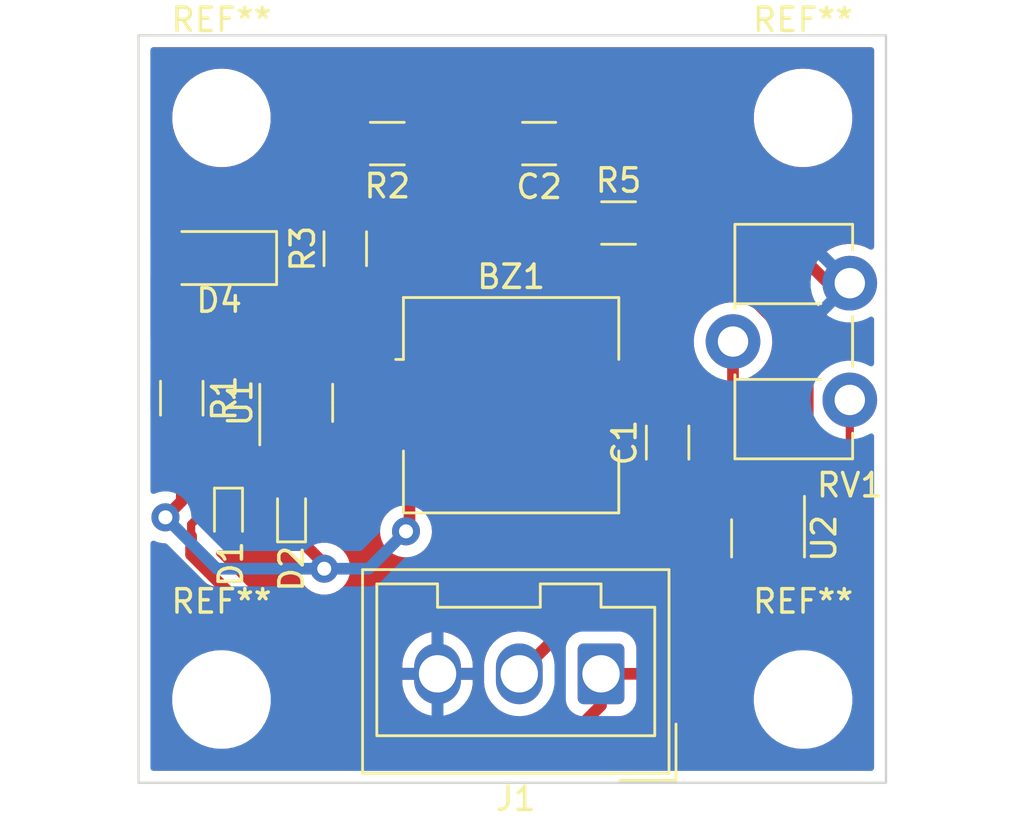
<source format=kicad_pcb>
(kicad_pcb (version 20211014) (generator pcbnew)
  (layers (0 "F.Cu" signal) (31 "B.Cu" signal) (34 "B.Paste" user) (35 "F.Paste" user) (36 "B.SilkS" user "B.Silkscreen") (37 "F.SilkS" user "F.Silkscreen") (38 "B.Mask" user) (39 "F.Mask" user) (44 "Edge.Cuts" user))
  (net 0 "")
  (net 1 "Net-(BZ1-Pad1)")
  (net 2 "Earth")
  (net 3 "Net-(C2-Pad1)")
  (net 4 "+6V")
  (net 5 "Net-(D4-Pad2)")
  (net 6 "Net-(J1-Pad2)")
  (net 7 "Net-(R2-Pad2)")
  (net 8 "Net-(R5-Pad2)")
  (net 9 "Net-(RV1-Pad2)")
  (footprint "MountingHole:MountingHole_3.2mm_M3" (layer "F.Cu") (at 158.4 86.6)
    (fp_text reference "REF**" (at 0 -4.2) (layer "F.SilkS"))
    (fp_text value "MountingHole_3.2mm_M3")
    (pad "" np_thru_hole circle (at 0 0) (size 3.2 3.2) (drill 3.2) (layers *.Cu *.Mask))
  )
  (footprint "Package_TO_SOT_SMD:SOT-23-5" (layer "F.Cu") (at 136.7 98.8 90)
    (fp_text reference "U1" (at 0 -2.4 90) (layer "F.SilkS"))
    (fp_text value "LM321")
    (fp_line (start 0 1.56) (end -0.8 1.56) (layer "F.SilkS") (width 0.12))
    (fp_line (start 0 -1.56) (end 0.8 -1.56) (layer "F.SilkS") (width 0.12))
    (fp_line (start 0 1.56) (end 0.8 1.56) (layer "F.SilkS") (width 0.12))
    (fp_line (start 0 -1.56) (end -1.8 -1.56) (layer "F.SilkS") (width 0.12))
    (pad "1" smd roundrect (at -1.1375 -0.95 90) (size 1.325 0.6) (layers "F.Cu" "F.Paste" "F.Mask") (net 1 "Net-(BZ1-Pad1)"))
    (pad "2" smd roundrect (at -1.1375 0 90) (size 1.325 0.6) (layers "F.Cu" "F.Paste" "F.Mask") (net 2 "Earth"))
    (pad "3" smd roundrect (at -1.1375 0.95 90) (size 1.325 0.6) (layers "F.Cu" "F.Paste" "F.Mask") (net 7 "Net-(R2-Pad2)"))
    (pad "4" smd roundrect (at 1.1375 0.95 90) (size 1.325 0.6) (layers "F.Cu" "F.Paste" "F.Mask") (net 5 "Net-(D4-Pad2)"))
    (pad "5" smd roundrect (at 1.1375 -0.95 90) (size 1.325 0.6) (layers "F.Cu" "F.Paste" "F.Mask") (net 4 "+6V"))
  )
  (footprint "MountingHole:MountingHole_3.2mm_M3" (layer "F.Cu") (at 133.5 111.5)
    (fp_text reference "REF**" (at 0 -4.2) (layer "F.SilkS"))
    (fp_text value "MountingHole_3.2mm_M3")
    (pad "" np_thru_hole circle (at 0 0) (size 3.2 3.2) (drill 3.2) (layers *.Cu *.Mask))
  )
  (footprint "Connector_Wago:Wago_734-133_1x03_P3.50mm_Vertical" (layer "F.Cu") (at 149.75 110.4 180)
    (fp_text reference "J1" (at 3.65 -5.35) (layer "F.SilkS"))
    (fp_text value "Screw_Terminal_01x03")
    (fp_line (start 10.21 -4.26) (end -2.91 -4.26) (layer "F.SilkS") (width 0.12))
    (fp_line (start -2.91 4.46) (end 10.21 4.46) (layer "F.SilkS") (width 0.12))
    (fp_line (start 0 3.85) (end 2.6 3.85) (layer "F.SilkS") (width 0.12))
    (fp_line (start 2.6 2.85) (end 7 2.85) (layer "F.SilkS") (width 0.12))
    (fp_line (start -3.21 -4.56) (end -0.8 -4.56) (layer "F.SilkS") (width 0.12))
    (fp_line (start 2.6 3.85) (end 2.6 2.85) (layer "F.SilkS") (width 0.12))
    (fp_line (start -2.3 2.85) (end 0 2.85) (layer "F.SilkS") (width 0.12))
    (fp_line (start -2.91 -4.26) (end -2.91 4.46) (layer "F.SilkS") (width 0.12))
    (fp_line (start 7 3.85) (end 9.6 3.85) (layer "F.SilkS") (width 0.12))
    (fp_line (start 0 2.85) (end 0 3.85) (layer "F.SilkS") (width 0.12))
    (fp_line (start 9.6 3.85) (end 9.6 -2.65) (layer "F.SilkS") (width 0.12))
    (fp_line (start -2.3 -2.65) (end -2.3 2.85) (layer "F.SilkS") (width 0.12))
    (fp_line (start 7 2.85) (end 7 3.85) (layer "F.SilkS") (width 0.12))
    (fp_line (start -3.21 -2.15) (end -3.21 -4.56) (layer "F.SilkS") (width 0.12))
    (fp_line (start 9.6 -2.65) (end -2.3 -2.65) (layer "F.SilkS") (width 0.12))
    (fp_line (start 10.21 4.46) (end 10.21 -4.26) (layer "F.SilkS") (width 0.12))
    (pad "1" thru_hole roundrect (at 0 0 180) (size 2 2.6) (drill 1.6) (layers *.Cu *.Mask) (roundrect_rratio 0.125) (net 4 "+6V"))
    (pad "2" thru_hole oval (at 3.5 0 180) (size 2 2.6) (drill 1.6) (layers *.Cu *.Mask) (net 6 "Net-(J1-Pad2)"))
    (pad "3" thru_hole oval (at 7 0 180) (size 2 2.6) (drill 1.6) (layers *.Cu *.Mask) (net 2 "Earth"))
  )
  (footprint "Resistor_SMD:R_1206_3216Metric_Pad1.30x1.75mm_HandSolder" (layer "F.Cu") (at 138.8 92.2 90)
    (fp_text reference "R3" (at 0 -1.82 90) (layer "F.SilkS"))
    (fp_text value "22k")
    (fp_line (start -0.727064 0.91) (end 0.727064 0.91) (layer "F.SilkS") (width 0.12))
    (fp_line (start -0.727064 -0.91) (end 0.727064 -0.91) (layer "F.SilkS") (width 0.12))
    (pad "1" smd roundrect (at -1.55 0 90) (size 1.3 1.75) (layers "F.Cu" "F.Paste" "F.Mask") (roundrect_rratio 0.192308) (net 7 "Net-(R2-Pad2)"))
    (pad "2" smd roundrect (at 1.55 0 90) (size 1.3 1.75) (layers "F.Cu" "F.Paste" "F.Mask") (roundrect_rratio 0.192308) (net 3 "Net-(C2-Pad1)"))
  )
  (footprint "Diode_SMD:D_SOD-523" (layer "F.Cu") (at 136.5 103.6 90)
    (fp_text reference "D2" (at -2.3 0 90) (layer "F.SilkS"))
    (fp_text value "D_Schottky")
    (fp_line (start 0.7 0.6) (end -1.15 0.6) (layer "F.SilkS") (width 0.12))
    (fp_line (start 0.7 -0.6) (end -1.15 -0.6) (layer "F.SilkS") (width 0.12))
    (fp_line (start -1.15 -0.6) (end -1.15 0.6) (layer "F.SilkS") (width 0.12))
    (pad "1" smd rect (at -0.7 0 270) (size 0.6 0.7) (layers "F.Cu" "F.Paste" "F.Mask") (net 1 "Net-(BZ1-Pad1)"))
    (pad "2" smd rect (at 0.7 0 270) (size 0.6 0.7) (layers "F.Cu" "F.Paste" "F.Mask") (net 2 "Earth"))
  )
  (footprint "Diode_SMD:D_1206_3216Metric_Pad1.42x1.75mm_HandSolder" (layer "F.Cu") (at 133.4 92.6 180)
    (fp_text reference "D4" (at 0 -1.82) (layer "F.SilkS"))
    (fp_text value "D")
    (fp_line (start -2.46 1.135) (end 1.6 1.135) (layer "F.SilkS") (width 0.12))
    (fp_line (start 1.6 -1.135) (end -2.46 -1.135) (layer "F.SilkS") (width 0.12))
    (fp_line (start -2.46 -1.135) (end -2.46 1.135) (layer "F.SilkS") (width 0.12))
    (pad "1" smd roundrect (at -1.4875 0 180) (size 1.425 1.75) (layers "F.Cu" "F.Paste" "F.Mask") (roundrect_rratio 0.175439) (net 3 "Net-(C2-Pad1)"))
    (pad "2" smd roundrect (at 1.4875 0 180) (size 1.425 1.75) (layers "F.Cu" "F.Paste" "F.Mask") (roundrect_rratio 0.175439) (net 5 "Net-(D4-Pad2)"))
  )
  (footprint "Capacitor_SMD:C_1206_3216Metric_Pad1.33x1.80mm_HandSolder" (layer "F.Cu") (at 152.6 100.5 90)
    (fp_text reference "C1" (at 0 -1.85 90) (layer "F.SilkS"))
    (fp_text value "10u")
    (fp_line (start -0.711252 -0.91) (end 0.711252 -0.91) (layer "F.SilkS") (width 0.12))
    (fp_line (start -0.711252 0.91) (end 0.711252 0.91) (layer "F.SilkS") (width 0.12))
    (pad "1" smd roundrect (at -1.5625 0 90) (size 1.325 1.8) (layers "F.Cu" "F.Paste" "F.Mask") (roundrect_rratio 0.188679) (net 4 "+6V"))
    (pad "2" smd roundrect (at 1.5625 0 90) (size 1.325 1.8) (layers "F.Cu" "F.Paste" "F.Mask") (roundrect_rratio 0.188679) (net 2 "Earth"))
  )
  (footprint "Resistor_SMD:R_1206_3216Metric_Pad1.30x1.75mm_HandSolder" (layer "F.Cu") (at 150.5 91.1)
    (fp_text reference "R5" (at 0 -1.82) (layer "F.SilkS"))
    (fp_text value "100")
    (fp_line (start -0.727064 0.91) (end 0.727064 0.91) (layer "F.SilkS") (width 0.12))
    (fp_line (start -0.727064 -0.91) (end 0.727064 -0.91) (layer "F.SilkS") (width 0.12))
    (pad "1" smd roundrect (at -1.55 0) (size 1.3 1.75) (layers "F.Cu" "F.Paste" "F.Mask") (roundrect_rratio 0.192308) (net 3 "Net-(C2-Pad1)"))
    (pad "2" smd roundrect (at 1.55 0) (size 1.3 1.75) (layers "F.Cu" "F.Paste" "F.Mask") (roundrect_rratio 0.192308) (net 8 "Net-(R5-Pad2)"))
  )
  (footprint "MountingHole:MountingHole_3.2mm_M3" (layer "F.Cu") (at 133.5 86.6)
    (fp_text reference "REF**" (at 0 -4.2) (layer "F.SilkS"))
    (fp_text value "MountingHole_3.2mm_M3")
    (pad "" np_thru_hole circle (at 0 0) (size 3.2 3.2) (drill 3.2) (layers *.Cu *.Mask))
  )
  (footprint "Buzzer_Beeper:Buzzer_Murata_PKMCS0909E" (layer "F.Cu") (at 145.9 98.9)
    (fp_text reference "BZ1" (at 0 -5.5) (layer "F.SilkS"))
    (fp_text value "Buzzer")
    (fp_line (start 4.61 -4.61) (end 4.61 -1.96) (layer "F.SilkS") (width 0.12))
    (fp_line (start 4.61 4.61) (end -4.61 4.61) (layer "F.SilkS") (width 0.12))
    (fp_line (start -4.61 -1.96) (end -4.94 -1.96) (layer "F.SilkS") (width 0.12))
    (fp_line (start -4.61 -4.61) (end 4.61 -4.61) (layer "F.SilkS") (width 0.12))
    (fp_line (start 4.61 1.96) (end 4.61 4.61) (layer "F.SilkS") (width 0.12))
    (fp_line (start -4.61 4.61) (end -4.61 1.96) (layer "F.SilkS") (width 0.12))
    (fp_line (start -4.61 -1.96) (end -4.61 -4.61) (layer "F.SilkS") (width 0.12))
    (pad "1" smd rect (at -4.35 0) (size 1.3 3.4) (layers "F.Cu" "F.Paste" "F.Mask") (net 1 "Net-(BZ1-Pad1)"))
    (pad "2" smd rect (at 4.35 0) (size 1.3 3.4) (layers "F.Cu" "F.Paste" "F.Mask") (net 2 "Earth"))
  )
  (footprint "Diode_SMD:D_SOD-523" (layer "F.Cu") (at 133.8 103.6 -90)
    (fp_text reference "D1" (at 2.1 -0.1 90) (layer "F.SilkS"))
    (fp_text value "D_Schottky")
    (fp_line (start -1.15 -0.6) (end -1.15 0.6) (layer "F.SilkS") (width 0.12))
    (fp_line (start 0.7 -0.6) (end -1.15 -0.6) (layer "F.SilkS") (width 0.12))
    (fp_line (start 0.7 0.6) (end -1.15 0.6) (layer "F.SilkS") (width 0.12))
    (pad "1" smd rect (at -0.7 0 90) (size 0.6 0.7) (layers "F.Cu" "F.Paste" "F.Mask") (net 4 "+6V"))
    (pad "2" smd rect (at 0.7 0 90) (size 0.6 0.7) (layers "F.Cu" "F.Paste" "F.Mask") (net 1 "Net-(BZ1-Pad1)"))
  )
  (footprint "Capacitor_SMD:C_1206_3216Metric_Pad1.33x1.80mm_HandSolder" (layer "F.Cu") (at 147.1 87.7 180)
    (fp_text reference "C2" (at 0 -1.85) (layer "F.SilkS"))
    (fp_text value "0.47u")
    (fp_line (start -0.711252 0.91) (end 0.711252 0.91) (layer "F.SilkS") (width 0.12))
    (fp_line (start -0.711252 -0.91) (end 0.711252 -0.91) (layer "F.SilkS") (width 0.12))
    (pad "1" smd roundrect (at -1.5625 0 180) (size 1.325 1.8) (layers "F.Cu" "F.Paste" "F.Mask") (roundrect_rratio 0.188679) (net 3 "Net-(C2-Pad1)"))
    (pad "2" smd roundrect (at 1.5625 0 180) (size 1.325 1.8) (layers "F.Cu" "F.Paste" "F.Mask") (roundrect_rratio 0.188679) (net 2 "Earth"))
  )
  (footprint "Package_TO_SOT_SMD:SOT-23-5" (layer "F.Cu") (at 156.9 104.6 -90)
    (fp_text reference "U2" (at 0 -2.4 90) (layer "F.SilkS"))
    (fp_text value "LM321")
    (fp_line (start 0 -1.56) (end 0.8 -1.56) (layer "F.SilkS") (width 0.12))
    (fp_line (start 0 1.56) (end -0.8 1.56) (layer "F.SilkS") (width 0.12))
    (fp_line (start 0 1.56) (end 0.8 1.56) (layer "F.SilkS") (width 0.12))
    (fp_line (start 0 -1.56) (end -1.8 -1.56) (layer "F.SilkS") (width 0.12))
    (pad "1" smd roundrect (at -1.1375 -0.95 270) (size 1.325 0.6) (layers "F.Cu" "F.Paste" "F.Mask") (net 8 "Net-(R5-Pad2)"))
    (pad "2" smd roundrect (at -1.1375 0 270) (size 1.325 0.6) (layers "F.Cu" "F.Paste" "F.Mask") (net 2 "Earth"))
    (pad "3" smd roundrect (at -1.1375 0.95 270) (size 1.325 0.6) (layers "F.Cu" "F.Paste" "F.Mask") (net 9 "Net-(RV1-Pad2)"))
    (pad "4" smd roundrect (at 1.1375 0.95 270) (size 1.325 0.6) (layers "F.Cu" "F.Paste" "F.Mask") (net 6 "Net-(J1-Pad2)"))
    (pad "5" smd roundrect (at 1.1375 -0.95 270) (size 1.325 0.6) (layers "F.Cu" "F.Paste" "F.Mask") (net 4 "+6V"))
  )
  (footprint "Resistor_SMD:R_1206_3216Metric_Pad1.30x1.75mm_HandSolder" (layer "F.Cu") (at 140.6 87.7 180)
    (fp_text reference "R2" (at 0 -1.82) (layer "F.SilkS"))
    (fp_text value "1k")
    (fp_line (start -0.727064 -0.91) (end 0.727064 -0.91) (layer "F.SilkS") (width 0.12))
    (fp_line (start -0.727064 0.91) (end 0.727064 0.91) (layer "F.SilkS") (width 0.12))
    (pad "1" smd roundrect (at -1.55 0 180) (size 1.3 1.75) (layers "F.Cu" "F.Paste" "F.Mask") (roundrect_rratio 0.192308) (net 2 "Earth"))
    (pad "2" smd roundrect (at 1.55 0 180) (size 1.3 1.75) (layers "F.Cu" "F.Paste" "F.Mask") (roundrect_rratio 0.192308) (net 7 "Net-(R2-Pad2)"))
  )
  (footprint "Potentiometer_THT:Potentiometer_ACP_CA9-H5_Horizontal" (layer "F.Cu") (at 160.4 98.675 180)
    (fp_text reference "RV1" (at 0 -3.65) (layer "F.SilkS"))
    (fp_text value "R_Potentiometer")
    (fp_line (start 4.92 3.925) (end 4.92 4.12) (layer "F.SilkS") (width 0.12))
    (fp_line (start -0.121 1.426) (end -0.121 3.575) (layer "F.SilkS") (width 0.12))
    (fp_line (start 1.237 4.12) (end 4.92 4.12) (layer "F.SilkS") (width 0.12))
    (fp_line (start 4.92 0.88) (end 4.92 1.075) (layer "F.SilkS") (width 0.12))
    (fp_line (start 4.92 3.925) (end 4.92 7.52) (layer "F.SilkS") (width 0.12))
    (fp_line (start -0.121 6.425) (end -0.121 7.52) (layer "F.SilkS") (width 0.12))
    (fp_line (start 1.237 0.88) (end 4.92 0.88) (layer "F.SilkS") (width 0.12))
    (fp_line (start -0.121 1.426) (end -0.121 3.575) (layer "F.SilkS") (width 0.12))
    (fp_line (start -0.121 -2.521) (end 4.92 -2.521) (layer "F.SilkS") (width 0.12))
    (fp_line (start -0.121 7.52) (end 4.92 7.52) (layer "F.SilkS") (width 0.12))
    (fp_line (start 4.92 -2.521) (end 4.92 1.075) (layer "F.SilkS") (width 0.12))
    (fp_line (start -0.121 -2.521) (end -0.121 -1.426) (layer "F.SilkS") (width 0.12))
    (pad "1" thru_hole circle (at 0 0 180) (size 2.34 2.34) (drill 1.3) (layers *.Cu *.Mask) (net 4 "+6V"))
    (pad "2" thru_hole circle (at 5 2.5 180) (size 2.34 2.34) (drill 1.3) (layers *.Cu *.Mask) (net 9 "Net-(RV1-Pad2)"))
    (pad "3" thru_hole circle (at 0 5 180) (size 2.34 2.34) (drill 1.3) (layers *.Cu *.Mask) (net 2 "Earth"))
  )
  (footprint "Resistor_SMD:R_1206_3216Metric_Pad1.30x1.75mm_HandSolder" (layer "F.Cu") (at 131.8 98.6 -90)
    (fp_text reference "R1" (at 0 -1.82 90) (layer "F.SilkS"))
    (fp_text value "1k")
    (fp_line (start -0.727064 0.91) (end 0.727064 0.91) (layer "F.SilkS") (width 0.12))
    (fp_line (start -0.727064 -0.91) (end 0.727064 -0.91) (layer "F.SilkS") (width 0.12))
    (pad "1" smd roundrect (at -1.55 0 270) (size 1.3 1.75) (layers "F.Cu" "F.Paste" "F.Mask") (roundrect_rratio 0.192308) (net 2 "Earth"))
    (pad "2" smd roundrect (at 1.55 0 270) (size 1.3 1.75) (layers "F.Cu" "F.Paste" "F.Mask") (roundrect_rratio 0.192308) (net 1 "Net-(BZ1-Pad1)"))
  )
  (footprint "MountingHole:MountingHole_3.2mm_M3" (layer "F.Cu") (at 158.4 111.5)
    (fp_text reference "REF**" (at 0 -4.2) (layer "F.SilkS"))
    (fp_text value "MountingHole_3.2mm_M3")
    (pad "" np_thru_hole circle (at 0 0) (size 3.2 3.2) (drill 3.2) (layers *.Cu *.Mask))
  )
  (gr_rect (start 129.95 83.065) (end 161.95 115.065) (layer "Edge.Cuts") (width 0.1) (fill none))
  (segment (start 131.8 100.15) (end 131.8 103) (width 0.5) (layer "F.Cu") (net 1))
  (segment (start 137.9 105.7) (end 136.5 104.3) (width 0.5) (layer "F.Cu") (net 1))
  (segment (start 141.55 98.9) (end 141.55 104.15) (width 0.5) (layer "F.Cu") (net 1))
  (segment (start 135.9 104.3) (end 136.5 104.3) (width 0.35) (layer "F.Cu") (net 1))
  (segment (start 131.8 103) (end 131.1 103.7) (width 0.5) (layer "F.Cu") (net 1))
  (segment (start 133.8 104.3) (end 136.5 104.3) (width 0.35) (layer "F.Cu") (net 1))
  (segment (start 135.75 99.9375) (end 135.1 100.5875) (width 0.35) (layer "F.Cu") (net 1))
  (segment (start 135.1 103.5) (end 135.9 104.3) (width 0.35) (layer "F.Cu") (net 1))
  (segment (start 135.1 100.5875) (end 135.1 103.5) (width 0.35) (layer "F.Cu") (net 1))
  (segment (start 141.55 104.15) (end 141.4 104.3) (width 0.35) (layer "F.Cu") (net 1))
  (segment (start 137.9 105.9) (end 137.9 105.7) (width 0.35) (layer "F.Cu") (net 1))
  (via (at 141.4 104.3) (size 1.2) (drill 0.6) (layers "F.Cu" "B.Cu") (net 1))
  (via (at 137.9 105.9) (size 1.2) (drill 0.6) (layers "F.Cu" "B.Cu") (net 1))
  (via (at 131.1 103.7) (size 1.2) (drill 0.6) (layers "F.Cu" "B.Cu") (net 1))
  (segment (start 139.8 105.9) (end 137.9 105.9) (width 0.5) (layer "B.Cu") (net 1))
  (segment (start 141.4 104.3) (end 139.8 105.9) (width 0.5) (layer "B.Cu") (net 1))
  (segment (start 133.3 105.9) (end 137.9 105.9) (width 0.5) (layer "B.Cu") (net 1))
  (segment (start 131.1 103.7) (end 133.3 105.9) (width 0.5) (layer "B.Cu") (net 1))
  (segment (start 136.7 102.7) (end 136.5 102.9) (width 0.35) (layer "F.Cu") (net 2))
  (segment (start 155.2 89.4) (end 151.1 89.4) (width 0.5) (layer "F.Cu") (net 2))
  (segment (start 159.475 93.675) (end 155.2 89.4) (width 0.5) (layer "F.Cu") (net 2))
  (segment (start 150.25 90.25) (end 150.25 97.15) (width 0.5) (layer "F.Cu") (net 2))
  (segment (start 156.9 103.4625) (end 156.9 98.5) (width 0.5) (layer "F.Cu") (net 2))
  (segment (start 145.5375 94.1875) (end 150.25 98.9) (width 0.5) (layer "F.Cu") (net 2))
  (segment (start 155.15 93.25) (end 150.25 93.25) (width 0.5) (layer "F.Cu") (net 2))
  (segment (start 145.5375 87.7) (end 145.5375 94.1875) (width 0.5) (layer "F.Cu") (net 2))
  (segment (start 153 98.9375) (end 150.2875 98.9375) (width 0.5) (layer "F.Cu") (net 2))
  (segment (start 142.75 106.4) (end 150.25 98.9) (width 0.45) (layer "F.Cu") (net 2))
  (segment (start 156.9 98.5) (end 157.7 97.7) (width 0.5) (layer "F.Cu") (net 2))
  (segment (start 131.8 96.4) (end 132.8 95.4) (width 0.5) (layer "F.Cu") (net 2))
  (segment (start 157.7 97.7) (end 157.7 95.8) (width 0.5) (layer "F.Cu") (net 2))
  (segment (start 151.1 89.4) (end 150.25 90.25) (width 0.5) (layer "F.Cu") (net 2))
  (segment (start 136.7 96.4) (end 136.7 99.9375) (width 0.35) (layer "F.Cu") (net 2))
  (segment (start 142.75 107.75) (end 137.9 102.9) (width 0.45) (layer "F.Cu") (net 2))
  (segment (start 131.8 97.05) (end 131.8 96.4) (width 0.35) (layer "F.Cu") (net 2))
  (segment (start 150.25 97.15) (end 150.25 98.9) (width 0.35) (layer "F.Cu") (net 2))
  (segment (start 132.8 95.4) (end 135.7 95.4) (width 0.5) (layer "F.Cu") (net 2))
  (segment (start 137.9 102.9) (end 136.5 102.9) (width 0.45) (layer "F.Cu") (net 2))
  (segment (start 142.75 110.4) (end 142.75 107.75) (width 0.45) (layer "F.Cu") (net 2))
  (segment (start 150.25 95.7875) (end 150.25 97.15) (width 0.35) (layer "F.Cu") (net 2))
  (segment (start 142.15 87.7) (end 145.5375 87.7) (width 0.5) (layer "F.Cu") (net 2))
  (segment (start 142.75 110.4) (end 142.75 106.4) (width 0.45) (layer "F.Cu") (net 2))
  (segment (start 160.4 93.675) (end 159.475 93.675) (width 0.35) (layer "F.Cu") (net 2))
  (segment (start 157.7 95.8) (end 155.15 93.25) (width 0.5) (layer "F.Cu") (net 2))
  (segment (start 136.7 99.9375) (end 136.7 102.7) (width 0.35) (layer "F.Cu") (net 2))
  (segment (start 150.2875 98.9375) (end 150.25 98.9) (width 0.35) (layer "F.Cu") (net 2))
  (segment (start 135.7 95.4) (end 136.7 96.4) (width 0.5) (layer "F.Cu") (net 2))
  (segment (start 136.8375 90.65) (end 138.8 90.65) (width 0.5) (layer "F.Cu") (net 3))
  (segment (start 137.5 89.4) (end 137.5 86.1) (width 0.5) (layer "F.Cu") (net 3))
  (segment (start 138.6 85) (end 145.9625 85) (width 0.5) (layer "F.Cu") (net 3))
  (segment (start 137.5 86.1) (end 138.6 85) (width 0.5) (layer "F.Cu") (net 3))
  (segment (start 148.6625 90.8125) (end 148.95 91.1) (width 0.35) (layer "F.Cu") (net 3))
  (segment (start 138.75 90.65) (end 137.5 89.4) (width 0.5) (layer "F.Cu") (net 3))
  (segment (start 138.8 90.65) (end 138.75 90.65) (width 0.35) (layer "F.Cu") (net 3))
  (segment (start 134.8875 92.6) (end 136.8375 90.65) (width 0.5) (layer "F.Cu") (net 3))
  (segment (start 145.9625 85) (end 148.6625 87.7) (width 0.5) (layer "F.Cu") (net 3))
  (segment (start 148.6625 87.7) (end 148.6625 90.8125) (width 0.5) (layer "F.Cu") (net 3))
  (segment (start 149.75 110.4) (end 153.8 110.4) (width 0.5) (layer "F.Cu") (net 4))
  (segment (start 132.2 104.5) (end 132.2 105.3) (width 0.5) (layer "F.Cu") (net 4))
  (segment (start 140.9 112.8) (end 148.7 112.8) (width 0.5) (layer "F.Cu") (net 4))
  (segment (start 153.8 110.4) (end 157.85 106.35) (width 0.5) (layer "F.Cu") (net 4))
  (segment (start 154.3 104.6) (end 156.7125 104.6) (width 0.35) (layer "F.Cu") (net 4))
  (segment (start 132.2 104) (end 132.2 104.5) (width 0.35) (layer "F.Cu") (net 4))
  (segment (start 160.4 103.1875) (end 157.85 105.7375) (width 0.35) (layer "F.Cu") (net 4))
  (segment (start 133.8 102.9) (end 133.8 102.5) (width 0.35) (layer "F.Cu") (net 4))
  (segment (start 133.8 99.6125) (end 135.75 97.6625) (width 0.5) (layer "F.Cu") (net 4))
  (segment (start 132.2 105.3) (end 134.4 107.5) (width 0.5) (layer "F.Cu") (net 4))
  (segment (start 157.85 106.35) (end 157.85 105.7375) (width 0.35) (layer "F.Cu") (net 4))
  (segment (start 156.7125 104.6) (end 157.85 105.7375) (width 0.35) (layer "F.Cu") (net 4))
  (segment (start 152.6 102.0625) (end 152.6 102.9) (width 0.5) (layer "F.Cu") (net 4))
  (segment (start 134.4 107.5) (end 135.6 107.5) (width 0.5) (layer "F.Cu") (net 4))
  (segment (start 133.8 102.5) (end 133.8 99.6125) (width 0.5) (layer "F.Cu") (net 4))
  (segment (start 149.75 111.75) (end 149.75 110.4) (width 0.35) (layer "F.Cu") (net 4))
  (segment (start 148.7 112.8) (end 149.75 111.75) (width 0.5) (layer "F.Cu") (net 4))
  (segment (start 133.8 102.9) (end 133.3 102.9) (width 0.35) (layer "F.Cu") (net 4))
  (segment (start 160.4 98.675) (end 160.4 103.1875) (width 0.35) (layer "F.Cu") (net 4))
  (segment (start 133.3 102.9) (end 132.2 104) (width 0.35) (layer "F.Cu") (net 4))
  (segment (start 135.6 107.5) (end 140.9 112.8) (width 0.5) (layer "F.Cu") (net 4))
  (segment (start 152.6 102.9) (end 154.3 104.6) (width 0.5) (layer "F.Cu") (net 4))
  (segment (start 132.6125 94.5) (end 136.5 94.5) (width 0.5) (layer "F.Cu") (net 5))
  (segment (start 131.9125 92.6) (end 131.9125 93.8) (width 0.5) (layer "F.Cu") (net 5))
  (segment (start 137.65 95.65) (end 137.65 97.6625) (width 0.5) (layer "F.Cu") (net 5))
  (segment (start 136.5 94.5) (end 137.65 95.65) (width 0.5) (layer "F.Cu") (net 5))
  (segment (start 131.9125 93.8) (end 132.6125 94.5) (width 0.5) (layer "F.Cu") (net 5))
  (segment (start 146.25 110.4) (end 150.9125 105.7375) (width 0.5) (layer "F.Cu") (net 6))
  (segment (start 150.9125 105.7375) (end 155.95 105.7375) (width 0.5) (layer "F.Cu") (net 6))
  (segment (start 140.4 89.05) (end 139.05 87.7) (width 0.5) (layer "F.Cu") (net 7))
  (segment (start 138.8 93.75) (end 140.4 92.15) (width 0.5) (layer "F.Cu") (net 7))
  (segment (start 140.4 92.15) (end 140.4 89.05) (width 0.5) (layer "F.Cu") (net 7))
  (segment (start 138.8 98.7875) (end 138.8 93.75) (width 0.5) (layer "F.Cu") (net 7))
  (segment (start 137.65 99.9375) (end 138.8 98.7875) (width 0.5) (layer "F.Cu") (net 7))
  (segment (start 152.05 91.1) (end 154.7 91.1) (width 0.5) (layer "F.Cu") (net 8))
  (segment (start 154.7 91.1) (end 158.6 95) (width 0.5) (layer "F.Cu") (net 8))
  (segment (start 158.6 102.7125) (end 157.85 103.4625) (width 0.5) (layer "F.Cu") (net 8))
  (segment (start 158.6 95) (end 158.6 102.7125) (width 0.5) (layer "F.Cu") (net 8))
  (segment (start 155.4 102.9125) (end 155.95 103.4625) (width 0.5) (layer "F.Cu") (net 9))
  (segment (start 155.4 96.175) (end 155.4 102.9125) (width 0.5) (layer "F.Cu") (net 9))
  (zone (net 2) (net_name "Earth") (layers F&B.Cu) (connect_pads (clearance 0.508)) (min_thickness 0.254) (fill yes (thermal_gap 0.508) (thermal_bridge_width 0.508))
    (polygon (pts (xy 161.9 83.1) (xy 162 115.1) (xy 129.9 115) (xy 129.9 83)))
  )
)
</source>
